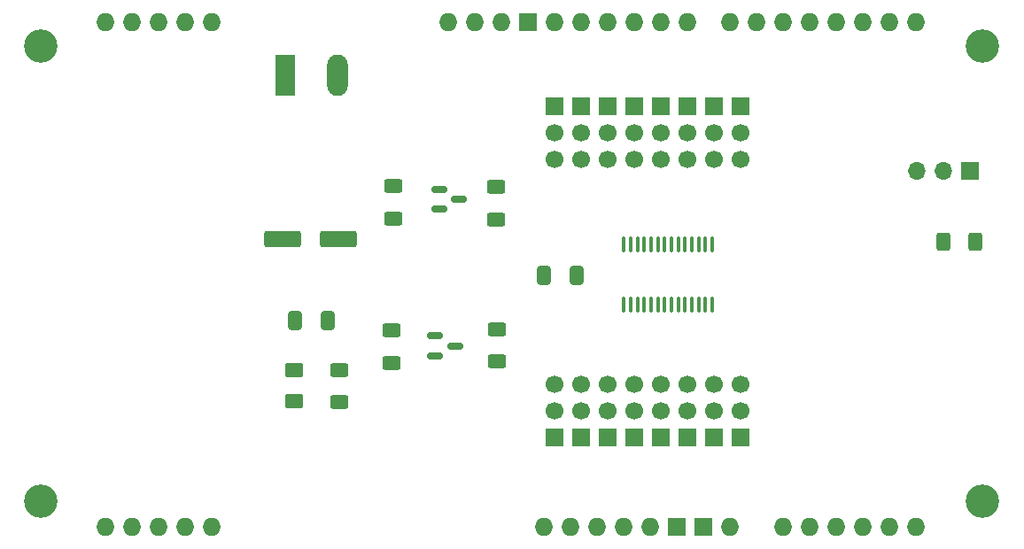
<source format=gts>
%TF.GenerationSoftware,KiCad,Pcbnew,8.0.0*%
%TF.CreationDate,2024-05-08T19:08:40-04:00*%
%TF.ProjectId,16ChannelServoControllerDaughterboardDesign,31364368-616e-46e6-956c-536572766f43,rev?*%
%TF.SameCoordinates,Original*%
%TF.FileFunction,Soldermask,Top*%
%TF.FilePolarity,Negative*%
%FSLAX46Y46*%
G04 Gerber Fmt 4.6, Leading zero omitted, Abs format (unit mm)*
G04 Created by KiCad (PCBNEW 8.0.0) date 2024-05-08 19:08:40*
%MOMM*%
%LPD*%
G01*
G04 APERTURE LIST*
G04 Aperture macros list*
%AMRoundRect*
0 Rectangle with rounded corners*
0 $1 Rounding radius*
0 $2 $3 $4 $5 $6 $7 $8 $9 X,Y pos of 4 corners*
0 Add a 4 corners polygon primitive as box body*
4,1,4,$2,$3,$4,$5,$6,$7,$8,$9,$2,$3,0*
0 Add four circle primitives for the rounded corners*
1,1,$1+$1,$2,$3*
1,1,$1+$1,$4,$5*
1,1,$1+$1,$6,$7*
1,1,$1+$1,$8,$9*
0 Add four rect primitives between the rounded corners*
20,1,$1+$1,$2,$3,$4,$5,0*
20,1,$1+$1,$4,$5,$6,$7,0*
20,1,$1+$1,$6,$7,$8,$9,0*
20,1,$1+$1,$8,$9,$2,$3,0*%
G04 Aperture macros list end*
%ADD10RoundRect,0.100000X0.100000X-0.637500X0.100000X0.637500X-0.100000X0.637500X-0.100000X-0.637500X0*%
%ADD11RoundRect,0.250000X0.412500X0.650000X-0.412500X0.650000X-0.412500X-0.650000X0.412500X-0.650000X0*%
%ADD12RoundRect,0.250000X0.625000X-0.400000X0.625000X0.400000X-0.625000X0.400000X-0.625000X-0.400000X0*%
%ADD13C,3.200000*%
%ADD14O,1.727200X1.727200*%
%ADD15R,1.727200X1.727200*%
%ADD16RoundRect,0.250000X-0.625000X0.400000X-0.625000X-0.400000X0.625000X-0.400000X0.625000X0.400000X0*%
%ADD17RoundRect,0.250001X-0.624999X0.462499X-0.624999X-0.462499X0.624999X-0.462499X0.624999X0.462499X0*%
%ADD18RoundRect,0.150000X-0.587500X-0.150000X0.587500X-0.150000X0.587500X0.150000X-0.587500X0.150000X0*%
%ADD19R,1.700000X1.700000*%
%ADD20C,1.700000*%
%ADD21RoundRect,0.250000X1.500000X0.550000X-1.500000X0.550000X-1.500000X-0.550000X1.500000X-0.550000X0*%
%ADD22RoundRect,0.250000X-0.400000X-0.625000X0.400000X-0.625000X0.400000X0.625000X-0.400000X0.625000X0*%
%ADD23O,1.700000X1.700000*%
%ADD24R,1.980000X3.960000*%
%ADD25O,1.980000X3.960000*%
G04 APERTURE END LIST*
D10*
%TO.C,U1*%
X144200000Y-102200000D03*
X144850000Y-102200000D03*
X145500000Y-102200000D03*
X146150000Y-102200000D03*
X146800000Y-102200000D03*
X147450000Y-102200000D03*
X148100000Y-102200000D03*
X148750000Y-102200000D03*
X149400000Y-102200000D03*
X150050000Y-102200000D03*
X150700000Y-102200000D03*
X151350000Y-102200000D03*
X152000000Y-102200000D03*
X152650000Y-102200000D03*
X152650000Y-96475000D03*
X152000000Y-96475000D03*
X151350000Y-96475000D03*
X150700000Y-96475000D03*
X150050000Y-96475000D03*
X149400000Y-96475000D03*
X148750000Y-96475000D03*
X148100000Y-96475000D03*
X147450000Y-96475000D03*
X146800000Y-96475000D03*
X146150000Y-96475000D03*
X145500000Y-96475000D03*
X144850000Y-96475000D03*
X144200000Y-96475000D03*
%TD*%
D11*
%TO.C,C3*%
X115862500Y-103737500D03*
X112737500Y-103737500D03*
%TD*%
D12*
%TO.C,R1*%
X132000000Y-94050000D03*
X132000000Y-90950000D03*
%TD*%
D13*
%TO.C,J1*%
X88500000Y-77500000D03*
X88500000Y-121000000D03*
X178500000Y-77500000D03*
X178500000Y-121000000D03*
D14*
X94680000Y-123460000D03*
X172150000Y-123460000D03*
X167070000Y-75200000D03*
X164530000Y-75200000D03*
X161990000Y-75200000D03*
X159450000Y-75200000D03*
X156910000Y-75200000D03*
X154370000Y-75200000D03*
X150306000Y-75200000D03*
X147766000Y-75200000D03*
X145226000Y-75200000D03*
X142686000Y-75200000D03*
X140146000Y-75200000D03*
X137606000Y-75200000D03*
X159450000Y-123460000D03*
X161990000Y-123460000D03*
X164530000Y-123460000D03*
X167070000Y-123460000D03*
X169610000Y-123460000D03*
X102300000Y-75200000D03*
X154370000Y-123460000D03*
D15*
X151830000Y-123460000D03*
X149290000Y-123460000D03*
D14*
X146750000Y-123460000D03*
X144210000Y-123460000D03*
X141670000Y-123460000D03*
X139130000Y-123460000D03*
X136590000Y-123460000D03*
D15*
X135066000Y-75200000D03*
D14*
X132526000Y-75200000D03*
X104840000Y-123460000D03*
X102300000Y-123460000D03*
X99760000Y-123460000D03*
X97220000Y-123460000D03*
X97220000Y-75200000D03*
X172150000Y-75200000D03*
X169610000Y-75200000D03*
X94680000Y-75200000D03*
X99760000Y-75200000D03*
X104840000Y-75200000D03*
X129986000Y-75200000D03*
X127446000Y-75200000D03*
%TD*%
D16*
%TO.C,R3*%
X122000000Y-104700000D03*
X122000000Y-107800000D03*
%TD*%
D17*
%TO.C,D2*%
X112715000Y-108485000D03*
X112715000Y-111460000D03*
%TD*%
D16*
%TO.C,R4*%
X132050000Y-104550000D03*
X132050000Y-107650000D03*
%TD*%
D18*
%TO.C,Q1*%
X126550000Y-91200000D03*
X126550000Y-93100000D03*
X128425000Y-92150000D03*
%TD*%
D19*
%TO.C,J3*%
X155340000Y-114880000D03*
X152800000Y-114880000D03*
X150260000Y-114880000D03*
X147720000Y-114880000D03*
X145180000Y-114880000D03*
X142640000Y-114880000D03*
X140100000Y-114880000D03*
X137560000Y-114880000D03*
D20*
X155340000Y-112340000D03*
X152800000Y-112340000D03*
X150260000Y-112340000D03*
X147720000Y-112340000D03*
X145180000Y-112340000D03*
X142640000Y-112340000D03*
X140100000Y-112340000D03*
X137560000Y-112340000D03*
X155340000Y-109800000D03*
X152800000Y-109800000D03*
X150260000Y-109800000D03*
X147720000Y-109800000D03*
X145180000Y-109800000D03*
X142640000Y-109800000D03*
X140100000Y-109800000D03*
X137560000Y-109800000D03*
%TD*%
D16*
%TO.C,R2*%
X122200000Y-90900000D03*
X122200000Y-94000000D03*
%TD*%
D21*
%TO.C,C2*%
X116950000Y-95925000D03*
X111550000Y-95925000D03*
%TD*%
D19*
%TO.C,J2*%
X137580000Y-83220000D03*
X140120000Y-83220000D03*
X142660000Y-83220000D03*
X145200000Y-83220000D03*
X147740000Y-83220000D03*
X150280000Y-83220000D03*
X152820000Y-83220000D03*
X155360000Y-83220000D03*
D20*
X137580000Y-85760000D03*
X140120000Y-85760000D03*
X142660000Y-85760000D03*
X145200000Y-85760000D03*
X147740000Y-85760000D03*
X150280000Y-85760000D03*
X152820000Y-85760000D03*
X155360000Y-85760000D03*
X137580000Y-88300000D03*
X140120000Y-88300000D03*
X142660000Y-88300000D03*
X145200000Y-88300000D03*
X147740000Y-88300000D03*
X150280000Y-88300000D03*
X152820000Y-88300000D03*
X155360000Y-88300000D03*
%TD*%
D22*
%TO.C,R5*%
X174700000Y-96200000D03*
X177800000Y-96200000D03*
%TD*%
D16*
%TO.C,R7*%
X117000000Y-108450000D03*
X117000000Y-111550000D03*
%TD*%
D11*
%TO.C,C1*%
X139700000Y-99400000D03*
X136575000Y-99400000D03*
%TD*%
D18*
%TO.C,Q2*%
X126175000Y-105200000D03*
X126175000Y-107100000D03*
X128050000Y-106150000D03*
%TD*%
D19*
%TO.C,J4*%
X177275000Y-89395000D03*
D23*
X174735000Y-89395000D03*
X172195000Y-89395000D03*
%TD*%
D24*
%TO.C,J6*%
X111800000Y-80300000D03*
D25*
X116800000Y-80300000D03*
%TD*%
M02*

</source>
